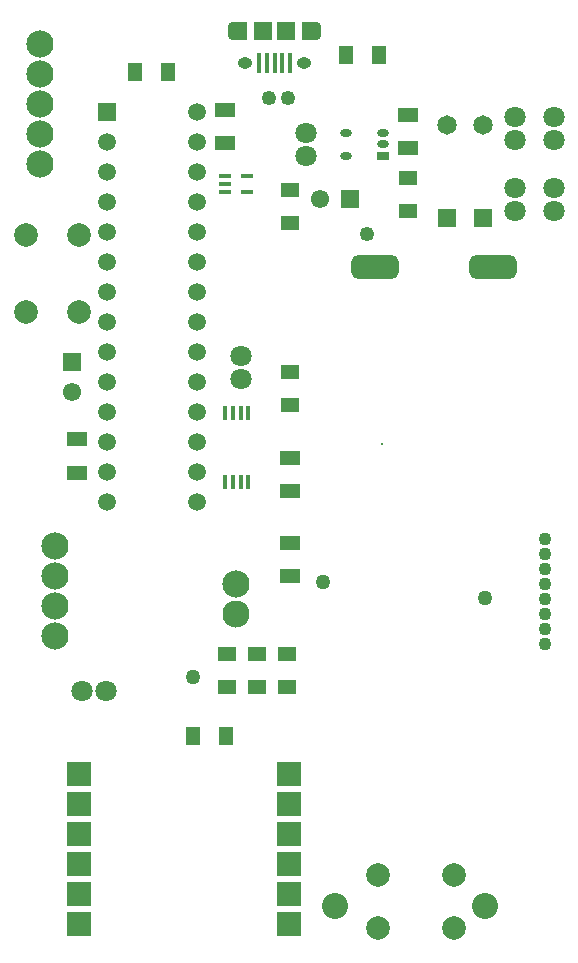
<source format=gts>
G04*
G04 #@! TF.GenerationSoftware,Altium Limited,Altium Designer,20.2.3 (150)*
G04*
G04 Layer_Color=8388736*
%FSLAX25Y25*%
%MOIN*%
G70*
G04*
G04 #@! TF.SameCoordinates,D19B94BB-EBBE-4459-9884-BF99FFBE0BA1*
G04*
G04*
G04 #@! TF.FilePolarity,Negative*
G04*
G01*
G75*
%ADD16O,0.03937X0.02598*%
%ADD17R,0.03937X0.02598*%
%ADD18R,0.06496X0.04724*%
%ADD19R,0.04724X0.06496*%
%ADD20R,0.08000X0.08000*%
%ADD21R,0.05906X0.06102*%
%ADD22R,0.01575X0.07087*%
%ADD23R,0.01575X0.05118*%
%ADD24O,0.01575X0.05118*%
%ADD25R,0.04134X0.01772*%
%ADD26R,0.07087X0.05118*%
%ADD27R,0.04724X0.06102*%
%ADD28R,0.04724X0.06102*%
%ADD29R,0.06496X0.06496*%
%ADD30C,0.06496*%
%ADD31C,0.07874*%
%ADD32C,0.09068*%
%ADD33C,0.05906*%
%ADD34R,0.05906X0.05906*%
%ADD35C,0.06102*%
%ADD36R,0.06102X0.06102*%
%ADD37C,0.00800*%
%ADD38C,0.08674*%
%ADD39O,0.03543X0.06102*%
%ADD40O,0.04921X0.03740*%
G04:AMPARAMS|DCode=41|XSize=157.61mil|YSize=78.87mil|CornerRadius=21.72mil|HoleSize=0mil|Usage=FLASHONLY|Rotation=180.000|XOffset=0mil|YOffset=0mil|HoleType=Round|Shape=RoundedRectangle|*
%AMROUNDEDRECTD41*
21,1,0.15761,0.03543,0,0,180.0*
21,1,0.11417,0.07887,0,0,180.0*
1,1,0.04343,-0.05709,0.01772*
1,1,0.04343,0.05709,0.01772*
1,1,0.04343,0.05709,-0.01772*
1,1,0.04343,-0.05709,-0.01772*
%
%ADD41ROUNDEDRECTD41*%
%ADD42C,0.04331*%
%ADD43C,0.07099*%
%ADD44C,0.09055*%
%ADD45R,0.06102X0.06102*%
%ADD46C,0.04921*%
%ADD47C,0.05000*%
D16*
X458839Y371732D02*
D03*
Y364252D02*
D03*
X471102Y371732D02*
D03*
Y367992D02*
D03*
D17*
Y364252D02*
D03*
D18*
X419095Y187126D02*
D03*
Y198150D02*
D03*
X429055D02*
D03*
Y187126D02*
D03*
X440158Y281102D02*
D03*
Y292126D02*
D03*
X440236Y352913D02*
D03*
Y341890D02*
D03*
X439173Y187126D02*
D03*
Y198150D02*
D03*
X479370Y345669D02*
D03*
Y356693D02*
D03*
D19*
X458898Y397795D02*
D03*
X469921D02*
D03*
X407913Y170669D02*
D03*
X418937D02*
D03*
X399606Y392126D02*
D03*
X388583D02*
D03*
D20*
X439724Y108055D02*
D03*
Y118055D02*
D03*
Y128055D02*
D03*
Y138055D02*
D03*
Y148055D02*
D03*
Y158055D02*
D03*
X369724D02*
D03*
Y148055D02*
D03*
Y138055D02*
D03*
Y128055D02*
D03*
Y118055D02*
D03*
Y108055D02*
D03*
D21*
X431024Y405630D02*
D03*
X438898D02*
D03*
D22*
X429843Y395000D02*
D03*
X432402D02*
D03*
X434961D02*
D03*
X437520D02*
D03*
X440079D02*
D03*
D23*
X426181Y278346D02*
D03*
D24*
X423622D02*
D03*
X421063D02*
D03*
X418504D02*
D03*
X426181Y255512D02*
D03*
X423622D02*
D03*
X421063D02*
D03*
X418504D02*
D03*
D25*
X418307Y357283D02*
D03*
Y354724D02*
D03*
Y352165D02*
D03*
X425787D02*
D03*
Y357283D02*
D03*
D26*
X418504Y379528D02*
D03*
Y368504D02*
D03*
X440158Y235039D02*
D03*
Y224016D02*
D03*
X479370Y366890D02*
D03*
Y377913D02*
D03*
X440158Y252362D02*
D03*
Y263386D02*
D03*
X368957Y258602D02*
D03*
Y269626D02*
D03*
D27*
X423543Y405630D02*
D03*
D28*
X446378Y405630D02*
D03*
D29*
X504291Y343445D02*
D03*
X492283Y343406D02*
D03*
D30*
X504291Y374350D02*
D03*
X492283Y374311D02*
D03*
D31*
X351969Y312205D02*
D03*
Y337795D02*
D03*
X369685Y312205D02*
D03*
Y337795D02*
D03*
X469291Y124409D02*
D03*
X494882D02*
D03*
X469291Y106693D02*
D03*
X494882D02*
D03*
D32*
X361811Y204016D02*
D03*
Y214016D02*
D03*
Y224016D02*
D03*
Y234016D02*
D03*
X356693Y361496D02*
D03*
Y371496D02*
D03*
Y381496D02*
D03*
Y401496D02*
D03*
Y391496D02*
D03*
X422047Y221417D02*
D03*
D33*
X409094Y248780D02*
D03*
Y258780D02*
D03*
Y268779D02*
D03*
Y278780D02*
D03*
Y288779D02*
D03*
Y298780D02*
D03*
Y308780D02*
D03*
Y318779D02*
D03*
Y328780D02*
D03*
Y338779D02*
D03*
Y348780D02*
D03*
Y358780D02*
D03*
Y368779D02*
D03*
Y378780D02*
D03*
X379095Y248780D02*
D03*
Y258780D02*
D03*
Y268779D02*
D03*
Y278780D02*
D03*
Y288779D02*
D03*
Y298780D02*
D03*
Y308780D02*
D03*
Y318779D02*
D03*
Y328780D02*
D03*
Y338779D02*
D03*
Y348780D02*
D03*
Y358780D02*
D03*
Y368779D02*
D03*
D34*
Y378780D02*
D03*
D35*
X367323Y285551D02*
D03*
X450276Y349606D02*
D03*
D36*
X367323Y295551D02*
D03*
D37*
X470866Y268110D02*
D03*
D38*
X455118Y114173D02*
D03*
X505118D02*
D03*
D39*
X448740Y405630D02*
D03*
X421181D02*
D03*
D40*
X444803Y395000D02*
D03*
X425118D02*
D03*
D41*
X468504Y327165D02*
D03*
X507874D02*
D03*
D42*
X525197Y201575D02*
D03*
Y206575D02*
D03*
Y211575D02*
D03*
Y216575D02*
D03*
Y221575D02*
D03*
Y226575D02*
D03*
Y231575D02*
D03*
Y236575D02*
D03*
D43*
X423730Y289655D02*
D03*
Y297530D02*
D03*
X445433Y371929D02*
D03*
Y364055D02*
D03*
X514961Y345669D02*
D03*
Y353543D02*
D03*
Y369291D02*
D03*
Y377165D02*
D03*
X527953Y345669D02*
D03*
Y369291D02*
D03*
Y377165D02*
D03*
Y353543D02*
D03*
X378740Y185756D02*
D03*
X370866D02*
D03*
D44*
X422047Y211417D02*
D03*
D45*
X460276Y349606D02*
D03*
D46*
X465748Y338228D02*
D03*
X433071Y383465D02*
D03*
X439567D02*
D03*
D47*
X407874Y190394D02*
D03*
X505118Y216929D02*
D03*
X451181Y222047D02*
D03*
M02*

</source>
